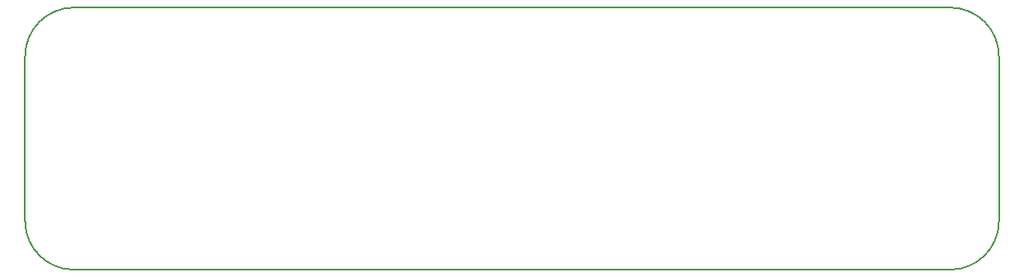
<source format=gbr>
G04 #@! TF.GenerationSoftware,KiCad,Pcbnew,(5.1.5-0-10_14)*
G04 #@! TF.CreationDate,2020-04-19T21:27:58+02:00*
G04 #@! TF.ProjectId,inuk-passive-led-shield,696e756b-2d70-4617-9373-6976652d6c65,rev?*
G04 #@! TF.SameCoordinates,Original*
G04 #@! TF.FileFunction,Profile,NP*
%FSLAX46Y46*%
G04 Gerber Fmt 4.6, Leading zero omitted, Abs format (unit mm)*
G04 Created by KiCad (PCBNEW (5.1.5-0-10_14)) date 2020-04-19 21:27:58*
%MOMM*%
%LPD*%
G04 APERTURE LIST*
%ADD10C,0.150000*%
G04 APERTURE END LIST*
D10*
X150000000Y-118000000D02*
G75*
G02X155000000Y-123000000I0J-5000000D01*
G01*
X60000000Y-145000000D02*
G75*
G02X55000000Y-140000000I0J5000000D01*
G01*
X155000000Y-140000000D02*
G75*
G02X150000000Y-145000000I-5000000J0D01*
G01*
X55000000Y-123000000D02*
G75*
G02X60000000Y-118000000I5000000J0D01*
G01*
X60000000Y-118000000D02*
X150000000Y-118000000D01*
X155000000Y-123000000D02*
X155000000Y-140000000D01*
X60000000Y-145000000D02*
X150000000Y-145000000D01*
X55000000Y-123000000D02*
X55000000Y-140000000D01*
M02*

</source>
